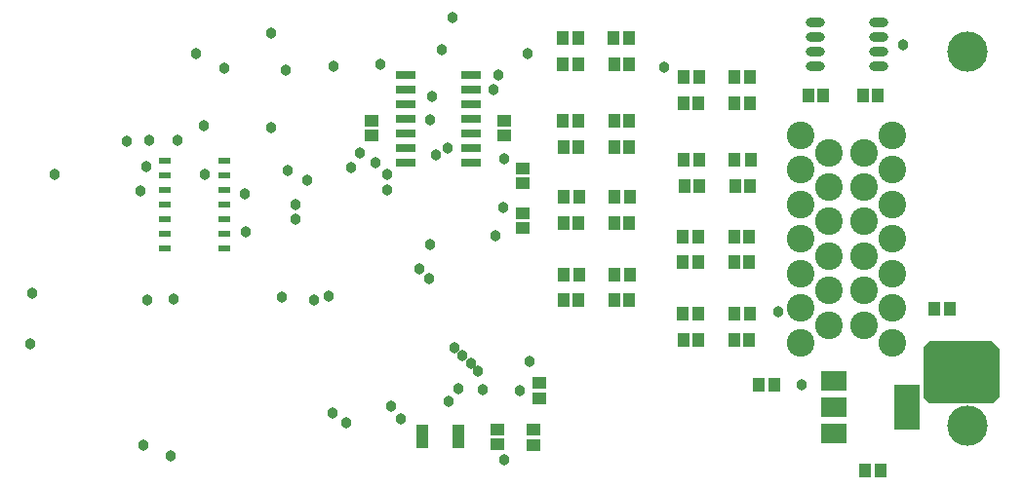
<source format=gbs>
%FSLAX23Y23*%
%MOIN*%
%SFA1B1*%

%IPPOS*%
%ADD36R,0.043430X0.047370*%
%ADD37R,0.047370X0.043430*%
%ADD46R,0.045400X0.041470*%
%ADD47R,0.041470X0.045400*%
%ADD48R,0.043000X0.024540*%
%ADD49R,0.065090X0.031620*%
%ADD50O,0.065090X0.031620*%
%ADD56C,0.137920*%
%ADD57C,0.094610*%
%ADD58C,0.038000*%
%ADD68R,0.086740X0.067060*%
%ADD69R,0.086740X0.157610*%
%ADD70R,0.043430X0.019810*%
%LNpedalboxrev2-1*%
%LPD*%
G36*
X3967Y500D02*
Y333D01*
X3945Y312*
X3727*
X3707Y331*
Y503*
X3728Y524*
X3942*
X3967Y500*
G37*
G54D36*
X3145Y376D03*
X3198D03*
X3506Y82D03*
X3560D03*
X3744Y636D03*
X3797D03*
X2703Y753D03*
X2650D03*
X2476D03*
X2529D03*
X3114Y1429D03*
X3061D03*
X2886D03*
X2939D03*
X2703Y1017D03*
X2650D03*
X2476D03*
X2529D03*
X3116Y1145D03*
X3062D03*
X2888D03*
X2941D03*
X2702Y1279D03*
X2649D03*
X2475D03*
X2528D03*
X2701Y1562D03*
X2648D03*
X2474D03*
X2527D03*
X3112Y883D03*
X3059D03*
X2884D03*
X2937D03*
X2885Y620D03*
X2938D03*
X3113D03*
X3060D03*
G54D37*
X2393Y382D03*
Y329D03*
X2374Y170D03*
Y223D03*
G54D46*
X2336Y1116D03*
Y1064D03*
Y911D03*
Y962D03*
X2273Y1227D03*
Y1278D03*
X1822Y1227D03*
Y1278D03*
X2251Y171D03*
Y222D03*
G54D47*
X3313Y1366D03*
X3365D03*
X3550D03*
X3499D03*
X2651Y664D03*
X2702D03*
X2477D03*
X2528D03*
X3062Y1339D03*
X3113D03*
X2887D03*
X2938D03*
X2651Y928D03*
X2702D03*
X2477D03*
X2528D03*
X3063Y1056D03*
X3115D03*
X2889D03*
X2940D03*
X2650Y1189D03*
X2701D03*
X2476D03*
X2527D03*
X2649Y1473D03*
X2700D03*
X2475D03*
X2526D03*
X3060Y794D03*
X3111D03*
X2885D03*
X2937D03*
X2886Y530D03*
X2937D03*
X3061D03*
X3112D03*
G54D48*
X1318Y1143D03*
Y1093D03*
Y1043D03*
Y993D03*
Y943D03*
Y893D03*
Y843D03*
X1114Y1143D03*
Y1093D03*
Y1043D03*
Y993D03*
Y943D03*
Y893D03*
Y843D03*
G54D49*
X2159Y1434D03*
Y1384D03*
Y1334D03*
Y1284D03*
Y1234D03*
Y1184D03*
Y1134D03*
X1938Y1434D03*
Y1384D03*
Y1334D03*
Y1284D03*
Y1234D03*
Y1184D03*
Y1134D03*
G54D50*
X3338Y1466D03*
Y1516D03*
Y1566D03*
Y1616D03*
X3553Y1466D03*
Y1516D03*
Y1566D03*
Y1616D03*
G54D56*
X3858Y235D03*
Y1514D03*
G54D57*
X3287Y1229D03*
Y1111D03*
Y993D03*
Y875D03*
Y756D03*
Y638D03*
Y520D03*
X3385Y1170D03*
Y1052D03*
Y934D03*
Y815D03*
Y697D03*
Y579D03*
X3503Y1170D03*
Y1052D03*
Y934D03*
Y815D03*
Y697D03*
Y579D03*
X3602Y1229D03*
Y1111D03*
Y993D03*
Y875D03*
Y756D03*
Y638D03*
Y520D03*
G54D58*
X1920Y257D03*
X1887Y302D03*
X1673Y678D03*
X1735Y245D03*
X1687Y277D03*
X1984Y771D03*
X1625Y664D03*
X1040Y168D03*
X1133Y133D03*
X1691Y1464D03*
X1834Y1136D03*
X2026Y1362D03*
X983Y1208D03*
X2273Y1149D03*
X1849Y1472D03*
X1247Y1263D03*
X1527Y1452D03*
X1476Y1254D03*
X736Y1096D03*
X661Y689D03*
X2354Y1507D03*
X2822Y1462D03*
X3638Y1539D03*
X1476Y1579D03*
X1221Y1507D03*
X1158Y1212D03*
X1061Y1213D03*
X653Y515D03*
X1145Y669D03*
X1514Y674D03*
X2275Y118D03*
X2200Y359D03*
X2327Y356D03*
X2118Y362D03*
X1318Y1460D03*
X1031Y1039D03*
X1251Y1095D03*
X1051Y1122D03*
X1055Y665D03*
X1389Y898D03*
X1388Y1029D03*
X2271Y983D03*
X2243Y886D03*
X1780Y1167D03*
X1752Y1119D03*
X1562Y941D03*
Y992D03*
X1533Y1107D03*
X1599Y1076D03*
X2018Y738D03*
X1875Y1042D03*
Y1095D03*
X2254Y1434D03*
X2238Y1384D03*
X2019Y854D03*
X2098Y1632D03*
X2062Y1523D03*
X2039Y1161D03*
X2082Y1184D03*
X2019Y1281D03*
X2360Y454D03*
X2185Y422D03*
X2159Y449D03*
X2132Y476D03*
X2105Y502D03*
X2085Y317D03*
X3212Y624D03*
X3291Y376D03*
X3940Y482D03*
X3921Y442D03*
X3940Y403D03*
X3921Y364D03*
X3901Y482D03*
X3881Y442D03*
X3901Y403D03*
X3881Y364D03*
X3862Y482D03*
X3842Y442D03*
X3862Y403D03*
X3842Y364D03*
X3822Y482D03*
X3803Y442D03*
X3822Y403D03*
X3803Y364D03*
X3783Y482D03*
X3763Y442D03*
X3783Y403D03*
X3763Y364D03*
X3744Y482D03*
X3724Y442D03*
X3744Y403D03*
X3724Y364D03*
G54D68*
X3402Y209D03*
Y300D03*
Y390D03*
G54D69*
X3650Y300D03*
G54D70*
X2116Y227D03*
Y207D03*
Y187D03*
Y168D03*
X1994Y227D03*
Y207D03*
Y187D03*
Y168D03*
M02*
</source>
